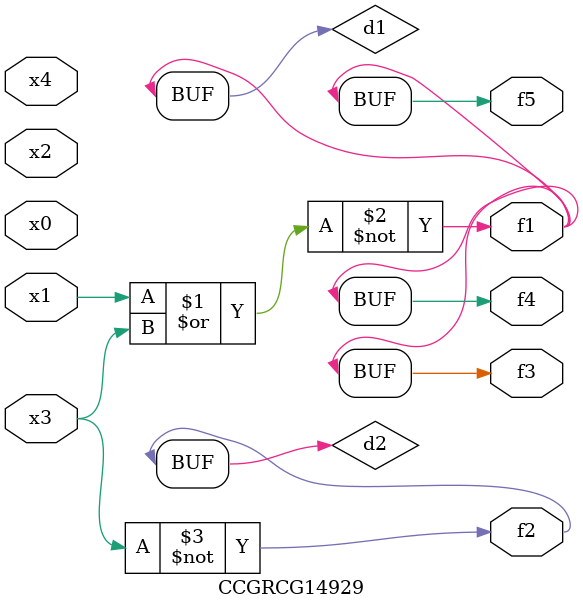
<source format=v>
module CCGRCG14929(
	input x0, x1, x2, x3, x4,
	output f1, f2, f3, f4, f5
);

	wire d1, d2;

	nor (d1, x1, x3);
	not (d2, x3);
	assign f1 = d1;
	assign f2 = d2;
	assign f3 = d1;
	assign f4 = d1;
	assign f5 = d1;
endmodule

</source>
